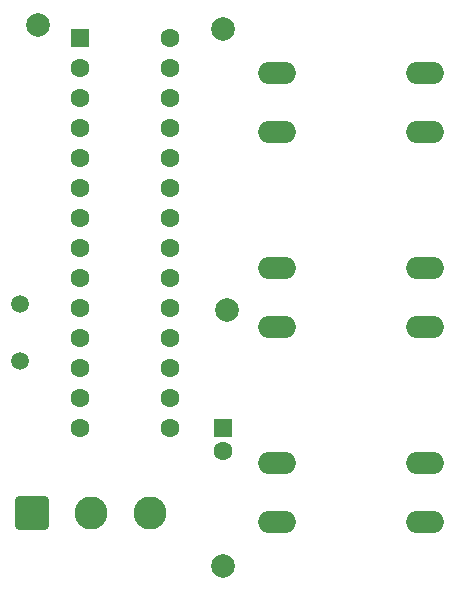
<source format=gbr>
%TF.GenerationSoftware,KiCad,Pcbnew,9.0.1*%
%TF.CreationDate,2025-06-03T10:55:25+05:30*%
%TF.ProjectId,lighting_pcb_tht,6c696768-7469-46e6-975f-7063625f7468,rev?*%
%TF.SameCoordinates,Original*%
%TF.FileFunction,Soldermask,Bot*%
%TF.FilePolarity,Negative*%
%FSLAX46Y46*%
G04 Gerber Fmt 4.6, Leading zero omitted, Abs format (unit mm)*
G04 Created by KiCad (PCBNEW 9.0.1) date 2025-06-03 10:55:25*
%MOMM*%
%LPD*%
G01*
G04 APERTURE LIST*
G04 Aperture macros list*
%AMRoundRect*
0 Rectangle with rounded corners*
0 $1 Rounding radius*
0 $2 $3 $4 $5 $6 $7 $8 $9 X,Y pos of 4 corners*
0 Add a 4 corners polygon primitive as box body*
4,1,4,$2,$3,$4,$5,$6,$7,$8,$9,$2,$3,0*
0 Add four circle primitives for the rounded corners*
1,1,$1+$1,$2,$3*
1,1,$1+$1,$4,$5*
1,1,$1+$1,$6,$7*
1,1,$1+$1,$8,$9*
0 Add four rect primitives between the rounded corners*
20,1,$1+$1,$2,$3,$4,$5,0*
20,1,$1+$1,$4,$5,$6,$7,0*
20,1,$1+$1,$6,$7,$8,$9,0*
20,1,$1+$1,$8,$9,$2,$3,0*%
G04 Aperture macros list end*
%ADD10RoundRect,0.250000X-0.550000X-0.550000X0.550000X-0.550000X0.550000X0.550000X-0.550000X0.550000X0*%
%ADD11C,1.600000*%
%ADD12C,2.000000*%
%ADD13O,3.200000X1.900000*%
%ADD14R,1.600000X1.600000*%
%ADD15C,2.800000*%
%ADD16RoundRect,0.250001X-1.149999X-1.149999X1.149999X-1.149999X1.149999X1.149999X-1.149999X1.149999X0*%
%ADD17C,1.500000*%
G04 APERTURE END LIST*
D10*
%TO.C,U1*%
X8890000Y-3050000D03*
D11*
X8890000Y-5590000D03*
X8890000Y-8130000D03*
X8890000Y-10670000D03*
X8890000Y-13210000D03*
X8890000Y-15750000D03*
X8890000Y-18290000D03*
X8890000Y-20830000D03*
X8890000Y-23370000D03*
X8890000Y-25910000D03*
X8890000Y-28450000D03*
X8890000Y-30990000D03*
X8890000Y-33530000D03*
X8890000Y-36070000D03*
X16510000Y-36070000D03*
X16510000Y-33530000D03*
X16510000Y-30990000D03*
X16510000Y-28450000D03*
X16510000Y-25910000D03*
X16510000Y-23370000D03*
X16510000Y-20830000D03*
X16510000Y-18290000D03*
X16510000Y-15750000D03*
X16510000Y-13210000D03*
X16510000Y-10670000D03*
X16510000Y-8130000D03*
X16510000Y-5590000D03*
X16510000Y-3050000D03*
%TD*%
D12*
%TO.C,H4*%
X21000000Y-47770000D03*
%TD*%
D13*
%TO.C,SW3*%
X38100000Y-44010000D03*
X25600000Y-44010000D03*
X38100000Y-39010000D03*
X25600000Y-39010000D03*
%TD*%
%TO.C,SW2*%
X38100000Y-27510000D03*
X25600000Y-27510000D03*
X38100000Y-22510000D03*
X25600000Y-22510000D03*
%TD*%
D11*
%TO.C,C3*%
X21000000Y-38050000D03*
D14*
X21000000Y-36050000D03*
%TD*%
D15*
%TO.C,J1*%
X14860000Y-43270000D03*
X9860000Y-43270000D03*
D16*
X4860000Y-43270000D03*
%TD*%
D12*
%TO.C,H2*%
X20980000Y-2260000D03*
%TD*%
%TO.C,H3*%
X21300000Y-26120000D03*
%TD*%
%TO.C,H1*%
X5370000Y-2000000D03*
%TD*%
D13*
%TO.C,SW1*%
X38100000Y-11000000D03*
X25600000Y-11000000D03*
X38100000Y-6000000D03*
X25600000Y-6000000D03*
%TD*%
D17*
%TO.C,Y1*%
X3790000Y-30420000D03*
X3790000Y-25540000D03*
%TD*%
M02*

</source>
